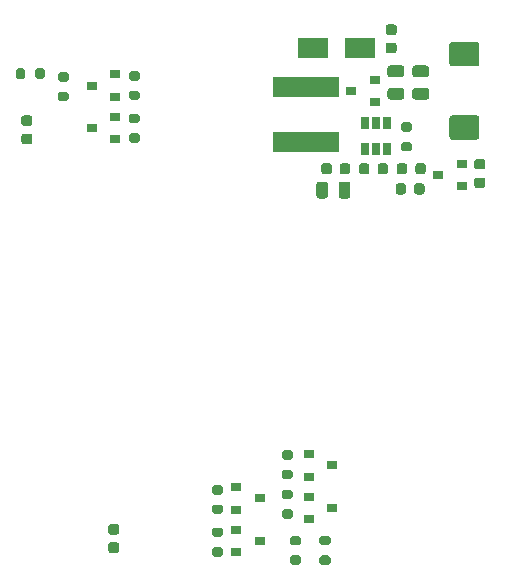
<source format=gbr>
%TF.GenerationSoftware,KiCad,Pcbnew,(5.1.9)-1*%
%TF.CreationDate,2023-04-19T23:26:57+02:00*%
%TF.ProjectId,w27c512_ardu_prog_K24DP6B78EA,77323763-3531-4325-9f61-7264755f7072,rev?*%
%TF.SameCoordinates,Original*%
%TF.FileFunction,Paste,Top*%
%TF.FilePolarity,Positive*%
%FSLAX46Y46*%
G04 Gerber Fmt 4.6, Leading zero omitted, Abs format (unit mm)*
G04 Created by KiCad (PCBNEW (5.1.9)-1) date 2023-04-19 23:26:57*
%MOMM*%
%LPD*%
G01*
G04 APERTURE LIST*
%ADD10R,0.650000X1.060000*%
%ADD11R,0.900000X0.800000*%
%ADD12R,5.700000X1.800000*%
%ADD13R,2.500000X1.800000*%
G04 APERTURE END LIST*
%TO.C,C2*%
G36*
G01*
X150800000Y-72375000D02*
X150300000Y-72375000D01*
G75*
G02*
X150075000Y-72150000I0J225000D01*
G01*
X150075000Y-71700000D01*
G75*
G02*
X150300000Y-71475000I225000J0D01*
G01*
X150800000Y-71475000D01*
G75*
G02*
X151025000Y-71700000I0J-225000D01*
G01*
X151025000Y-72150000D01*
G75*
G02*
X150800000Y-72375000I-225000J0D01*
G01*
G37*
G36*
G01*
X150800000Y-73925000D02*
X150300000Y-73925000D01*
G75*
G02*
X150075000Y-73700000I0J225000D01*
G01*
X150075000Y-73250000D01*
G75*
G02*
X150300000Y-73025000I225000J0D01*
G01*
X150800000Y-73025000D01*
G75*
G02*
X151025000Y-73250000I0J-225000D01*
G01*
X151025000Y-73700000D01*
G75*
G02*
X150800000Y-73925000I-225000J0D01*
G01*
G37*
%TD*%
D10*
%TO.C,U3*%
X180100000Y-72100000D03*
X179150000Y-72100000D03*
X181050000Y-72100000D03*
X181050000Y-74300000D03*
X180100000Y-74300000D03*
X179150000Y-74300000D03*
%TD*%
%TO.C,R15*%
G36*
G01*
X159375000Y-72975000D02*
X159925000Y-72975000D01*
G75*
G02*
X160125000Y-73175000I0J-200000D01*
G01*
X160125000Y-73575000D01*
G75*
G02*
X159925000Y-73775000I-200000J0D01*
G01*
X159375000Y-73775000D01*
G75*
G02*
X159175000Y-73575000I0J200000D01*
G01*
X159175000Y-73175000D01*
G75*
G02*
X159375000Y-72975000I200000J0D01*
G01*
G37*
G36*
G01*
X159375000Y-71325000D02*
X159925000Y-71325000D01*
G75*
G02*
X160125000Y-71525000I0J-200000D01*
G01*
X160125000Y-71925000D01*
G75*
G02*
X159925000Y-72125000I-200000J0D01*
G01*
X159375000Y-72125000D01*
G75*
G02*
X159175000Y-71925000I0J200000D01*
G01*
X159175000Y-71525000D01*
G75*
G02*
X159375000Y-71325000I200000J0D01*
G01*
G37*
%TD*%
%TO.C,R14*%
G36*
G01*
X166975000Y-103575000D02*
X166425000Y-103575000D01*
G75*
G02*
X166225000Y-103375000I0J200000D01*
G01*
X166225000Y-102975000D01*
G75*
G02*
X166425000Y-102775000I200000J0D01*
G01*
X166975000Y-102775000D01*
G75*
G02*
X167175000Y-102975000I0J-200000D01*
G01*
X167175000Y-103375000D01*
G75*
G02*
X166975000Y-103575000I-200000J0D01*
G01*
G37*
G36*
G01*
X166975000Y-105225000D02*
X166425000Y-105225000D01*
G75*
G02*
X166225000Y-105025000I0J200000D01*
G01*
X166225000Y-104625000D01*
G75*
G02*
X166425000Y-104425000I200000J0D01*
G01*
X166975000Y-104425000D01*
G75*
G02*
X167175000Y-104625000I0J-200000D01*
G01*
X167175000Y-105025000D01*
G75*
G02*
X166975000Y-105225000I-200000J0D01*
G01*
G37*
%TD*%
%TO.C,R13*%
G36*
G01*
X172875000Y-100625000D02*
X172325000Y-100625000D01*
G75*
G02*
X172125000Y-100425000I0J200000D01*
G01*
X172125000Y-100025000D01*
G75*
G02*
X172325000Y-99825000I200000J0D01*
G01*
X172875000Y-99825000D01*
G75*
G02*
X173075000Y-100025000I0J-200000D01*
G01*
X173075000Y-100425000D01*
G75*
G02*
X172875000Y-100625000I-200000J0D01*
G01*
G37*
G36*
G01*
X172875000Y-102275000D02*
X172325000Y-102275000D01*
G75*
G02*
X172125000Y-102075000I0J200000D01*
G01*
X172125000Y-101675000D01*
G75*
G02*
X172325000Y-101475000I200000J0D01*
G01*
X172875000Y-101475000D01*
G75*
G02*
X173075000Y-101675000I0J-200000D01*
G01*
X173075000Y-102075000D01*
G75*
G02*
X172875000Y-102275000I-200000J0D01*
G01*
G37*
%TD*%
%TO.C,R12*%
G36*
G01*
X150425000Y-67675000D02*
X150425000Y-68225000D01*
G75*
G02*
X150225000Y-68425000I-200000J0D01*
G01*
X149825000Y-68425000D01*
G75*
G02*
X149625000Y-68225000I0J200000D01*
G01*
X149625000Y-67675000D01*
G75*
G02*
X149825000Y-67475000I200000J0D01*
G01*
X150225000Y-67475000D01*
G75*
G02*
X150425000Y-67675000I0J-200000D01*
G01*
G37*
G36*
G01*
X152075000Y-67675000D02*
X152075000Y-68225000D01*
G75*
G02*
X151875000Y-68425000I-200000J0D01*
G01*
X151475000Y-68425000D01*
G75*
G02*
X151275000Y-68225000I0J200000D01*
G01*
X151275000Y-67675000D01*
G75*
G02*
X151475000Y-67475000I200000J0D01*
G01*
X151875000Y-67475000D01*
G75*
G02*
X152075000Y-67675000I0J-200000D01*
G01*
G37*
%TD*%
%TO.C,R11*%
G36*
G01*
X189156250Y-76050000D02*
X188643750Y-76050000D01*
G75*
G02*
X188425000Y-75831250I0J218750D01*
G01*
X188425000Y-75393750D01*
G75*
G02*
X188643750Y-75175000I218750J0D01*
G01*
X189156250Y-75175000D01*
G75*
G02*
X189375000Y-75393750I0J-218750D01*
G01*
X189375000Y-75831250D01*
G75*
G02*
X189156250Y-76050000I-218750J0D01*
G01*
G37*
G36*
G01*
X189156250Y-77625000D02*
X188643750Y-77625000D01*
G75*
G02*
X188425000Y-77406250I0J218750D01*
G01*
X188425000Y-76968750D01*
G75*
G02*
X188643750Y-76750000I218750J0D01*
G01*
X189156250Y-76750000D01*
G75*
G02*
X189375000Y-76968750I0J-218750D01*
G01*
X189375000Y-77406250D01*
G75*
G02*
X189156250Y-77625000I-218750J0D01*
G01*
G37*
%TD*%
%TO.C,R10*%
G36*
G01*
X179550000Y-75743750D02*
X179550000Y-76256250D01*
G75*
G02*
X179331250Y-76475000I-218750J0D01*
G01*
X178893750Y-76475000D01*
G75*
G02*
X178675000Y-76256250I0J218750D01*
G01*
X178675000Y-75743750D01*
G75*
G02*
X178893750Y-75525000I218750J0D01*
G01*
X179331250Y-75525000D01*
G75*
G02*
X179550000Y-75743750I0J-218750D01*
G01*
G37*
G36*
G01*
X181125000Y-75743750D02*
X181125000Y-76256250D01*
G75*
G02*
X180906250Y-76475000I-218750J0D01*
G01*
X180468750Y-76475000D01*
G75*
G02*
X180250000Y-76256250I0J218750D01*
G01*
X180250000Y-75743750D01*
G75*
G02*
X180468750Y-75525000I218750J0D01*
G01*
X180906250Y-75525000D01*
G75*
G02*
X181125000Y-75743750I0J-218750D01*
G01*
G37*
%TD*%
%TO.C,R9*%
G36*
G01*
X159925000Y-68525000D02*
X159375000Y-68525000D01*
G75*
G02*
X159175000Y-68325000I0J200000D01*
G01*
X159175000Y-67925000D01*
G75*
G02*
X159375000Y-67725000I200000J0D01*
G01*
X159925000Y-67725000D01*
G75*
G02*
X160125000Y-67925000I0J-200000D01*
G01*
X160125000Y-68325000D01*
G75*
G02*
X159925000Y-68525000I-200000J0D01*
G01*
G37*
G36*
G01*
X159925000Y-70175000D02*
X159375000Y-70175000D01*
G75*
G02*
X159175000Y-69975000I0J200000D01*
G01*
X159175000Y-69575000D01*
G75*
G02*
X159375000Y-69375000I200000J0D01*
G01*
X159925000Y-69375000D01*
G75*
G02*
X160125000Y-69575000I0J-200000D01*
G01*
X160125000Y-69975000D01*
G75*
G02*
X159925000Y-70175000I-200000J0D01*
G01*
G37*
%TD*%
%TO.C,R8*%
G36*
G01*
X166425000Y-108025000D02*
X166975000Y-108025000D01*
G75*
G02*
X167175000Y-108225000I0J-200000D01*
G01*
X167175000Y-108625000D01*
G75*
G02*
X166975000Y-108825000I-200000J0D01*
G01*
X166425000Y-108825000D01*
G75*
G02*
X166225000Y-108625000I0J200000D01*
G01*
X166225000Y-108225000D01*
G75*
G02*
X166425000Y-108025000I200000J0D01*
G01*
G37*
G36*
G01*
X166425000Y-106375000D02*
X166975000Y-106375000D01*
G75*
G02*
X167175000Y-106575000I0J-200000D01*
G01*
X167175000Y-106975000D01*
G75*
G02*
X166975000Y-107175000I-200000J0D01*
G01*
X166425000Y-107175000D01*
G75*
G02*
X166225000Y-106975000I0J200000D01*
G01*
X166225000Y-106575000D01*
G75*
G02*
X166425000Y-106375000I200000J0D01*
G01*
G37*
%TD*%
%TO.C,R7*%
G36*
G01*
X182425000Y-73725000D02*
X182975000Y-73725000D01*
G75*
G02*
X183175000Y-73925000I0J-200000D01*
G01*
X183175000Y-74325000D01*
G75*
G02*
X182975000Y-74525000I-200000J0D01*
G01*
X182425000Y-74525000D01*
G75*
G02*
X182225000Y-74325000I0J200000D01*
G01*
X182225000Y-73925000D01*
G75*
G02*
X182425000Y-73725000I200000J0D01*
G01*
G37*
G36*
G01*
X182425000Y-72075000D02*
X182975000Y-72075000D01*
G75*
G02*
X183175000Y-72275000I0J-200000D01*
G01*
X183175000Y-72675000D01*
G75*
G02*
X182975000Y-72875000I-200000J0D01*
G01*
X182425000Y-72875000D01*
G75*
G02*
X182225000Y-72675000I0J200000D01*
G01*
X182225000Y-72275000D01*
G75*
G02*
X182425000Y-72075000I200000J0D01*
G01*
G37*
%TD*%
%TO.C,R6*%
G36*
G01*
X172325000Y-104825000D02*
X172875000Y-104825000D01*
G75*
G02*
X173075000Y-105025000I0J-200000D01*
G01*
X173075000Y-105425000D01*
G75*
G02*
X172875000Y-105625000I-200000J0D01*
G01*
X172325000Y-105625000D01*
G75*
G02*
X172125000Y-105425000I0J200000D01*
G01*
X172125000Y-105025000D01*
G75*
G02*
X172325000Y-104825000I200000J0D01*
G01*
G37*
G36*
G01*
X172325000Y-103175000D02*
X172875000Y-103175000D01*
G75*
G02*
X173075000Y-103375000I0J-200000D01*
G01*
X173075000Y-103775000D01*
G75*
G02*
X172875000Y-103975000I-200000J0D01*
G01*
X172325000Y-103975000D01*
G75*
G02*
X172125000Y-103775000I0J200000D01*
G01*
X172125000Y-103375000D01*
G75*
G02*
X172325000Y-103175000I200000J0D01*
G01*
G37*
%TD*%
%TO.C,R5*%
G36*
G01*
X183350000Y-77956250D02*
X183350000Y-77443750D01*
G75*
G02*
X183568750Y-77225000I218750J0D01*
G01*
X184006250Y-77225000D01*
G75*
G02*
X184225000Y-77443750I0J-218750D01*
G01*
X184225000Y-77956250D01*
G75*
G02*
X184006250Y-78175000I-218750J0D01*
G01*
X183568750Y-78175000D01*
G75*
G02*
X183350000Y-77956250I0J218750D01*
G01*
G37*
G36*
G01*
X181775000Y-77956250D02*
X181775000Y-77443750D01*
G75*
G02*
X181993750Y-77225000I218750J0D01*
G01*
X182431250Y-77225000D01*
G75*
G02*
X182650000Y-77443750I0J-218750D01*
G01*
X182650000Y-77956250D01*
G75*
G02*
X182431250Y-78175000I-218750J0D01*
G01*
X181993750Y-78175000D01*
G75*
G02*
X181775000Y-77956250I0J218750D01*
G01*
G37*
%TD*%
%TO.C,R4*%
G36*
G01*
X182750000Y-75743750D02*
X182750000Y-76256250D01*
G75*
G02*
X182531250Y-76475000I-218750J0D01*
G01*
X182093750Y-76475000D01*
G75*
G02*
X181875000Y-76256250I0J218750D01*
G01*
X181875000Y-75743750D01*
G75*
G02*
X182093750Y-75525000I218750J0D01*
G01*
X182531250Y-75525000D01*
G75*
G02*
X182750000Y-75743750I0J-218750D01*
G01*
G37*
G36*
G01*
X184325000Y-75743750D02*
X184325000Y-76256250D01*
G75*
G02*
X184106250Y-76475000I-218750J0D01*
G01*
X183668750Y-76475000D01*
G75*
G02*
X183450000Y-76256250I0J218750D01*
G01*
X183450000Y-75743750D01*
G75*
G02*
X183668750Y-75525000I218750J0D01*
G01*
X184106250Y-75525000D01*
G75*
G02*
X184325000Y-75743750I0J-218750D01*
G01*
G37*
%TD*%
%TO.C,R3*%
G36*
G01*
X173025000Y-108725000D02*
X173575000Y-108725000D01*
G75*
G02*
X173775000Y-108925000I0J-200000D01*
G01*
X173775000Y-109325000D01*
G75*
G02*
X173575000Y-109525000I-200000J0D01*
G01*
X173025000Y-109525000D01*
G75*
G02*
X172825000Y-109325000I0J200000D01*
G01*
X172825000Y-108925000D01*
G75*
G02*
X173025000Y-108725000I200000J0D01*
G01*
G37*
G36*
G01*
X173025000Y-107075000D02*
X173575000Y-107075000D01*
G75*
G02*
X173775000Y-107275000I0J-200000D01*
G01*
X173775000Y-107675000D01*
G75*
G02*
X173575000Y-107875000I-200000J0D01*
G01*
X173025000Y-107875000D01*
G75*
G02*
X172825000Y-107675000I0J200000D01*
G01*
X172825000Y-107275000D01*
G75*
G02*
X173025000Y-107075000I200000J0D01*
G01*
G37*
%TD*%
%TO.C,R2*%
G36*
G01*
X153925000Y-68625000D02*
X153375000Y-68625000D01*
G75*
G02*
X153175000Y-68425000I0J200000D01*
G01*
X153175000Y-68025000D01*
G75*
G02*
X153375000Y-67825000I200000J0D01*
G01*
X153925000Y-67825000D01*
G75*
G02*
X154125000Y-68025000I0J-200000D01*
G01*
X154125000Y-68425000D01*
G75*
G02*
X153925000Y-68625000I-200000J0D01*
G01*
G37*
G36*
G01*
X153925000Y-70275000D02*
X153375000Y-70275000D01*
G75*
G02*
X153175000Y-70075000I0J200000D01*
G01*
X153175000Y-69675000D01*
G75*
G02*
X153375000Y-69475000I200000J0D01*
G01*
X153925000Y-69475000D01*
G75*
G02*
X154125000Y-69675000I0J-200000D01*
G01*
X154125000Y-70075000D01*
G75*
G02*
X153925000Y-70275000I-200000J0D01*
G01*
G37*
%TD*%
%TO.C,R1*%
G36*
G01*
X175525000Y-108725000D02*
X176075000Y-108725000D01*
G75*
G02*
X176275000Y-108925000I0J-200000D01*
G01*
X176275000Y-109325000D01*
G75*
G02*
X176075000Y-109525000I-200000J0D01*
G01*
X175525000Y-109525000D01*
G75*
G02*
X175325000Y-109325000I0J200000D01*
G01*
X175325000Y-108925000D01*
G75*
G02*
X175525000Y-108725000I200000J0D01*
G01*
G37*
G36*
G01*
X175525000Y-107075000D02*
X176075000Y-107075000D01*
G75*
G02*
X176275000Y-107275000I0J-200000D01*
G01*
X176275000Y-107675000D01*
G75*
G02*
X176075000Y-107875000I-200000J0D01*
G01*
X175525000Y-107875000D01*
G75*
G02*
X175325000Y-107675000I0J200000D01*
G01*
X175325000Y-107275000D01*
G75*
G02*
X175525000Y-107075000I200000J0D01*
G01*
G37*
%TD*%
D11*
%TO.C,Q8*%
X156050000Y-72550000D03*
X158050000Y-71600000D03*
X158050000Y-73500000D03*
%TD*%
%TO.C,Q7*%
X170300000Y-103900000D03*
X168300000Y-104850000D03*
X168300000Y-102950000D03*
%TD*%
%TO.C,Q6*%
X176400000Y-101100000D03*
X174400000Y-102050000D03*
X174400000Y-100150000D03*
%TD*%
%TO.C,Q5*%
X156050000Y-68950000D03*
X158050000Y-68000000D03*
X158050000Y-69900000D03*
%TD*%
%TO.C,Q4*%
X170300000Y-107500000D03*
X168300000Y-108450000D03*
X168300000Y-106550000D03*
%TD*%
%TO.C,Q3*%
X176400000Y-104700000D03*
X174400000Y-105650000D03*
X174400000Y-103750000D03*
%TD*%
%TO.C,Q2*%
X185400000Y-76500000D03*
X187400000Y-75550000D03*
X187400000Y-77450000D03*
%TD*%
%TO.C,Q1*%
X178000000Y-69400000D03*
X180000000Y-68450000D03*
X180000000Y-70350000D03*
%TD*%
D12*
%TO.C,L1*%
X174200000Y-69100000D03*
X174200000Y-73700000D03*
%TD*%
D13*
%TO.C,D1*%
X174800000Y-65800000D03*
X178800000Y-65800000D03*
%TD*%
%TO.C,C9*%
G36*
G01*
X186575000Y-71475000D02*
X188625000Y-71475000D01*
G75*
G02*
X188875000Y-71725000I0J-250000D01*
G01*
X188875000Y-73300000D01*
G75*
G02*
X188625000Y-73550000I-250000J0D01*
G01*
X186575000Y-73550000D01*
G75*
G02*
X186325000Y-73300000I0J250000D01*
G01*
X186325000Y-71725000D01*
G75*
G02*
X186575000Y-71475000I250000J0D01*
G01*
G37*
G36*
G01*
X186575000Y-65250000D02*
X188625000Y-65250000D01*
G75*
G02*
X188875000Y-65500000I0J-250000D01*
G01*
X188875000Y-67075000D01*
G75*
G02*
X188625000Y-67325000I-250000J0D01*
G01*
X186575000Y-67325000D01*
G75*
G02*
X186325000Y-67075000I0J250000D01*
G01*
X186325000Y-65500000D01*
G75*
G02*
X186575000Y-65250000I250000J0D01*
G01*
G37*
%TD*%
%TO.C,C8*%
G36*
G01*
X182275000Y-68250000D02*
X181325000Y-68250000D01*
G75*
G02*
X181075000Y-68000000I0J250000D01*
G01*
X181075000Y-67500000D01*
G75*
G02*
X181325000Y-67250000I250000J0D01*
G01*
X182275000Y-67250000D01*
G75*
G02*
X182525000Y-67500000I0J-250000D01*
G01*
X182525000Y-68000000D01*
G75*
G02*
X182275000Y-68250000I-250000J0D01*
G01*
G37*
G36*
G01*
X182275000Y-70150000D02*
X181325000Y-70150000D01*
G75*
G02*
X181075000Y-69900000I0J250000D01*
G01*
X181075000Y-69400000D01*
G75*
G02*
X181325000Y-69150000I250000J0D01*
G01*
X182275000Y-69150000D01*
G75*
G02*
X182525000Y-69400000I0J-250000D01*
G01*
X182525000Y-69900000D01*
G75*
G02*
X182275000Y-70150000I-250000J0D01*
G01*
G37*
%TD*%
%TO.C,C7*%
G36*
G01*
X184375000Y-68250000D02*
X183425000Y-68250000D01*
G75*
G02*
X183175000Y-68000000I0J250000D01*
G01*
X183175000Y-67500000D01*
G75*
G02*
X183425000Y-67250000I250000J0D01*
G01*
X184375000Y-67250000D01*
G75*
G02*
X184625000Y-67500000I0J-250000D01*
G01*
X184625000Y-68000000D01*
G75*
G02*
X184375000Y-68250000I-250000J0D01*
G01*
G37*
G36*
G01*
X184375000Y-70150000D02*
X183425000Y-70150000D01*
G75*
G02*
X183175000Y-69900000I0J250000D01*
G01*
X183175000Y-69400000D01*
G75*
G02*
X183425000Y-69150000I250000J0D01*
G01*
X184375000Y-69150000D01*
G75*
G02*
X184625000Y-69400000I0J-250000D01*
G01*
X184625000Y-69900000D01*
G75*
G02*
X184375000Y-70150000I-250000J0D01*
G01*
G37*
%TD*%
%TO.C,C6*%
G36*
G01*
X181150000Y-65325000D02*
X181650000Y-65325000D01*
G75*
G02*
X181875000Y-65550000I0J-225000D01*
G01*
X181875000Y-66000000D01*
G75*
G02*
X181650000Y-66225000I-225000J0D01*
G01*
X181150000Y-66225000D01*
G75*
G02*
X180925000Y-66000000I0J225000D01*
G01*
X180925000Y-65550000D01*
G75*
G02*
X181150000Y-65325000I225000J0D01*
G01*
G37*
G36*
G01*
X181150000Y-63775000D02*
X181650000Y-63775000D01*
G75*
G02*
X181875000Y-64000000I0J-225000D01*
G01*
X181875000Y-64450000D01*
G75*
G02*
X181650000Y-64675000I-225000J0D01*
G01*
X181150000Y-64675000D01*
G75*
G02*
X180925000Y-64450000I0J225000D01*
G01*
X180925000Y-64000000D01*
G75*
G02*
X181150000Y-63775000I225000J0D01*
G01*
G37*
%TD*%
%TO.C,C5*%
G36*
G01*
X177025000Y-76250000D02*
X177025000Y-75750000D01*
G75*
G02*
X177250000Y-75525000I225000J0D01*
G01*
X177700000Y-75525000D01*
G75*
G02*
X177925000Y-75750000I0J-225000D01*
G01*
X177925000Y-76250000D01*
G75*
G02*
X177700000Y-76475000I-225000J0D01*
G01*
X177250000Y-76475000D01*
G75*
G02*
X177025000Y-76250000I0J225000D01*
G01*
G37*
G36*
G01*
X175475000Y-76250000D02*
X175475000Y-75750000D01*
G75*
G02*
X175700000Y-75525000I225000J0D01*
G01*
X176150000Y-75525000D01*
G75*
G02*
X176375000Y-75750000I0J-225000D01*
G01*
X176375000Y-76250000D01*
G75*
G02*
X176150000Y-76475000I-225000J0D01*
G01*
X175700000Y-76475000D01*
G75*
G02*
X175475000Y-76250000I0J225000D01*
G01*
G37*
%TD*%
%TO.C,C4*%
G36*
G01*
X176950000Y-78275000D02*
X176950000Y-77325000D01*
G75*
G02*
X177200000Y-77075000I250000J0D01*
G01*
X177700000Y-77075000D01*
G75*
G02*
X177950000Y-77325000I0J-250000D01*
G01*
X177950000Y-78275000D01*
G75*
G02*
X177700000Y-78525000I-250000J0D01*
G01*
X177200000Y-78525000D01*
G75*
G02*
X176950000Y-78275000I0J250000D01*
G01*
G37*
G36*
G01*
X175050000Y-78275000D02*
X175050000Y-77325000D01*
G75*
G02*
X175300000Y-77075000I250000J0D01*
G01*
X175800000Y-77075000D01*
G75*
G02*
X176050000Y-77325000I0J-250000D01*
G01*
X176050000Y-78275000D01*
G75*
G02*
X175800000Y-78525000I-250000J0D01*
G01*
X175300000Y-78525000D01*
G75*
G02*
X175050000Y-78275000I0J250000D01*
G01*
G37*
%TD*%
%TO.C,C3*%
G36*
G01*
X158150000Y-106975000D02*
X157650000Y-106975000D01*
G75*
G02*
X157425000Y-106750000I0J225000D01*
G01*
X157425000Y-106300000D01*
G75*
G02*
X157650000Y-106075000I225000J0D01*
G01*
X158150000Y-106075000D01*
G75*
G02*
X158375000Y-106300000I0J-225000D01*
G01*
X158375000Y-106750000D01*
G75*
G02*
X158150000Y-106975000I-225000J0D01*
G01*
G37*
G36*
G01*
X158150000Y-108525000D02*
X157650000Y-108525000D01*
G75*
G02*
X157425000Y-108300000I0J225000D01*
G01*
X157425000Y-107850000D01*
G75*
G02*
X157650000Y-107625000I225000J0D01*
G01*
X158150000Y-107625000D01*
G75*
G02*
X158375000Y-107850000I0J-225000D01*
G01*
X158375000Y-108300000D01*
G75*
G02*
X158150000Y-108525000I-225000J0D01*
G01*
G37*
%TD*%
M02*

</source>
